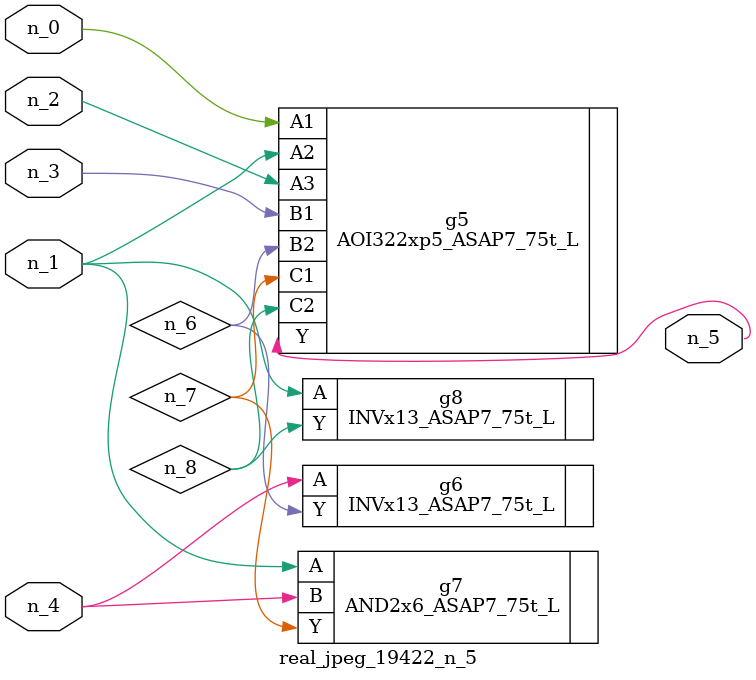
<source format=v>
module real_jpeg_19422_n_5 (n_4, n_0, n_1, n_2, n_3, n_5);

input n_4;
input n_0;
input n_1;
input n_2;
input n_3;

output n_5;

wire n_8;
wire n_6;
wire n_7;

AOI322xp5_ASAP7_75t_L g5 ( 
.A1(n_0),
.A2(n_1),
.A3(n_2),
.B1(n_3),
.B2(n_6),
.C1(n_7),
.C2(n_8),
.Y(n_5)
);

AND2x6_ASAP7_75t_L g7 ( 
.A(n_1),
.B(n_4),
.Y(n_7)
);

INVx13_ASAP7_75t_L g8 ( 
.A(n_1),
.Y(n_8)
);

INVx13_ASAP7_75t_L g6 ( 
.A(n_4),
.Y(n_6)
);


endmodule
</source>
